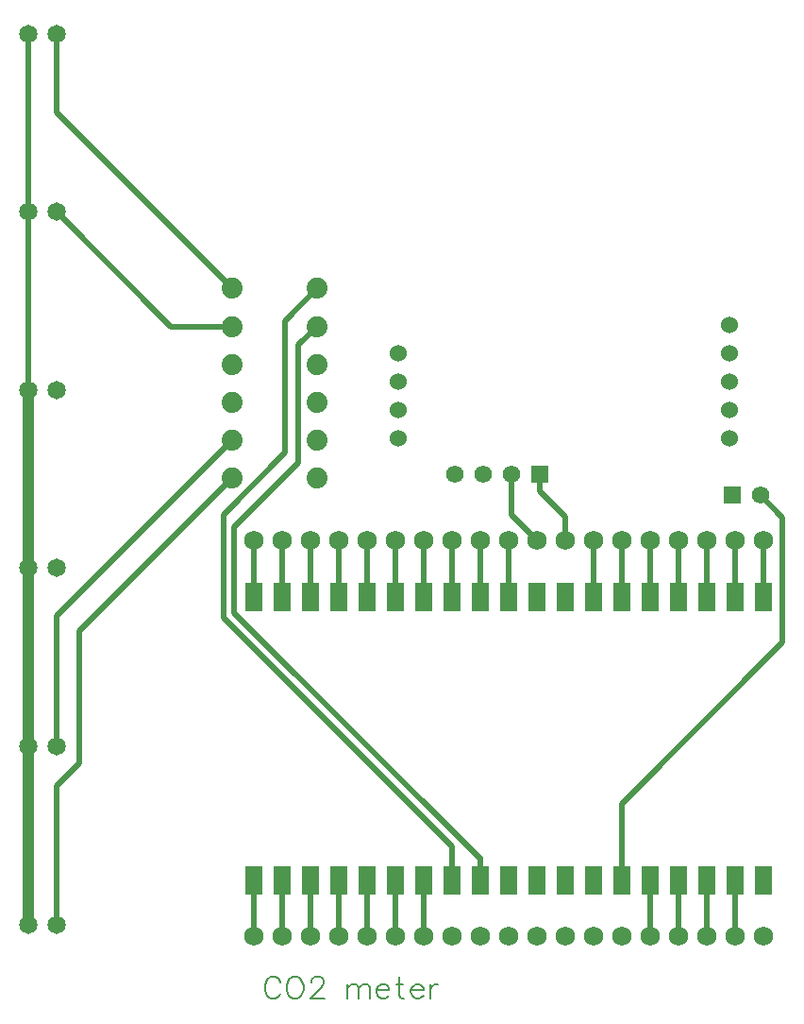
<source format=gtl>
G04 Layer: TopLayer*
G04 EasyEDA v6.4.7, 2020-10-29T15:09:56+01:00*
G04 be26d73647f643b9bed1595039a1f13e,8ad6603aa9144f4486dc47fe7e0b0969,10*
G04 Gerber Generator version 0.2*
G04 Scale: 100 percent, Rotated: No, Reflected: No *
G04 Dimensions in millimeters *
G04 leading zeros omitted , absolute positions ,3 integer and 3 decimal *
%FSLAX33Y33*%
%MOMM*%
G90*
D02*

%ADD11C,0.499999*%
%ADD12C,0.999998*%
%ADD13C,0.203200*%
%ADD14R,1.574800X1.574800*%
%ADD15C,1.574800*%
%ADD16C,1.879600*%
%ADD17C,1.524000*%
%ADD18C,1.729994*%
%ADD19C,1.651000*%
%ADD20R,1.524000X2.540000*%

%LPD*%
G54D11*
G01X10795Y73279D02*
G01X21056Y63017D01*
G01X26543Y63017D01*
G01X61468Y13335D02*
G01X61468Y20259D01*
G01X75902Y34693D01*
G01X75902Y45890D01*
G01X73914Y47879D01*
G54D12*
G01X8255Y25384D02*
G01X8255Y41351D01*
G01X8255Y9420D02*
G01X8255Y25384D01*
G54D11*
G01X8255Y57315D02*
G01X8255Y73279D01*
G54D12*
G01X8255Y57315D02*
G01X8255Y41351D01*
G54D11*
G01X8255Y73279D02*
G01X8255Y89242D01*
G01X46228Y13335D02*
G01X46228Y16423D01*
G01X25735Y36916D01*
G01X25735Y46167D01*
G01X31242Y51673D01*
G01X31242Y63500D01*
G01X34163Y66421D01*
G01X10795Y9421D02*
G01X10795Y21844D01*
G01X12827Y23876D01*
G01X12827Y35687D01*
G01X26543Y49403D01*
G01X26543Y66421D02*
G01X10795Y82169D01*
G01X10795Y89242D01*
G01X28448Y38735D02*
G01X28448Y43815D01*
G01X30988Y38735D02*
G01X30988Y43815D01*
G01X33528Y38735D02*
G01X33528Y43815D01*
G01X36068Y38735D02*
G01X36068Y43815D01*
G01X38608Y38735D02*
G01X38608Y43815D01*
G01X41148Y38735D02*
G01X41148Y43815D01*
G01X43688Y38735D02*
G01X43688Y43815D01*
G01X46228Y38735D02*
G01X46228Y43815D01*
G01X48768Y38735D02*
G01X48768Y43815D01*
G01X51308Y38735D02*
G01X51308Y43815D01*
G01X58928Y38735D02*
G01X58928Y43815D01*
G01X61468Y38735D02*
G01X61468Y43815D01*
G01X64008Y38735D02*
G01X64008Y43815D01*
G01X69088Y38735D02*
G01X69088Y43815D01*
G01X66548Y40756D02*
G01X66545Y40759D01*
G01X66545Y43812D01*
G01X66548Y38735D02*
G01X66548Y40756D01*
G01X71628Y40756D02*
G01X71625Y40759D01*
G01X71625Y43812D01*
G01X71628Y38735D02*
G01X71628Y40756D01*
G01X74168Y38735D02*
G01X74168Y43815D01*
G01X71628Y13335D02*
G01X71628Y8382D01*
G01X69088Y13335D02*
G01X69088Y8382D01*
G01X66548Y13335D02*
G01X66548Y8382D01*
G01X64008Y13335D02*
G01X64008Y8382D01*
G01X34163Y63017D02*
G01X32471Y61325D01*
G01X32471Y50774D01*
G01X26738Y45041D01*
G01X26738Y37332D01*
G01X48714Y15356D01*
G01X48768Y15356D01*
G01X48768Y13335D02*
G01X48768Y15356D01*
G01X43688Y13335D02*
G01X43688Y8382D01*
G01X41148Y13335D02*
G01X41148Y8382D01*
G01X38608Y13335D02*
G01X38608Y8382D01*
G01X33528Y13335D02*
G01X33528Y8382D01*
G01X36068Y11313D02*
G01X36070Y11310D01*
G01X36070Y8384D01*
G01X36068Y13335D02*
G01X36068Y11313D01*
G01X30988Y11313D02*
G01X30990Y11310D01*
G01X30990Y8384D01*
G01X30988Y13335D02*
G01X30988Y11313D01*
G01X28448Y13335D02*
G01X28448Y8382D01*
G01X56388Y43815D02*
G01X56388Y45958D01*
G01X54102Y48244D01*
G01X54102Y49784D02*
G01X54102Y48244D01*
G01X53848Y43815D02*
G01X51562Y46101D01*
G01X51562Y49784D01*
G01X10795Y25384D02*
G01X10795Y37058D01*
G01X26543Y52806D01*
G54D13*
G01X30848Y4254D02*
G01X30756Y4439D01*
G01X30571Y4625D01*
G01X30388Y4716D01*
G01X30017Y4716D01*
G01X29832Y4625D01*
G01X29649Y4439D01*
G01X29555Y4254D01*
G01X29464Y3977D01*
G01X29464Y3517D01*
G01X29555Y3238D01*
G01X29649Y3055D01*
G01X29832Y2870D01*
G01X30017Y2778D01*
G01X30388Y2778D01*
G01X30571Y2870D01*
G01X30756Y3055D01*
G01X30848Y3238D01*
G01X32014Y4716D02*
G01X31828Y4625D01*
G01X31643Y4439D01*
G01X31551Y4254D01*
G01X31457Y3977D01*
G01X31457Y3517D01*
G01X31551Y3238D01*
G01X31643Y3055D01*
G01X31828Y2870D01*
G01X32014Y2778D01*
G01X32382Y2778D01*
G01X32567Y2870D01*
G01X32753Y3055D01*
G01X32844Y3238D01*
G01X32936Y3517D01*
G01X32936Y3977D01*
G01X32844Y4254D01*
G01X32753Y4439D01*
G01X32567Y4625D01*
G01X32382Y4716D01*
G01X32014Y4716D01*
G01X33639Y4254D02*
G01X33639Y4348D01*
G01X33731Y4533D01*
G01X33822Y4625D01*
G01X34008Y4716D01*
G01X34378Y4716D01*
G01X34561Y4625D01*
G01X34655Y4533D01*
G01X34747Y4348D01*
G01X34747Y4163D01*
G01X34655Y3977D01*
G01X34470Y3700D01*
G01X33545Y2778D01*
G01X34838Y2778D01*
G01X36870Y4071D02*
G01X36870Y2778D01*
G01X36870Y3700D02*
G01X37147Y3977D01*
G01X37332Y4071D01*
G01X37609Y4071D01*
G01X37795Y3977D01*
G01X37886Y3700D01*
G01X37886Y2778D01*
G01X37886Y3700D02*
G01X38163Y3977D01*
G01X38348Y4071D01*
G01X38625Y4071D01*
G01X38811Y3977D01*
G01X38902Y3700D01*
G01X38902Y2778D01*
G01X39512Y3517D02*
G01X40622Y3517D01*
G01X40622Y3700D01*
G01X40528Y3886D01*
G01X40436Y3977D01*
G01X40251Y4071D01*
G01X39974Y4071D01*
G01X39789Y3977D01*
G01X39606Y3794D01*
G01X39512Y3517D01*
G01X39512Y3332D01*
G01X39606Y3055D01*
G01X39789Y2870D01*
G01X39974Y2778D01*
G01X40251Y2778D01*
G01X40436Y2870D01*
G01X40622Y3055D01*
G01X41508Y4716D02*
G01X41508Y3147D01*
G01X41600Y2870D01*
G01X41785Y2778D01*
G01X41970Y2778D01*
G01X41231Y4071D02*
G01X41876Y4071D01*
G01X42580Y3517D02*
G01X43688Y3517D01*
G01X43688Y3700D01*
G01X43596Y3886D01*
G01X43502Y3977D01*
G01X43319Y4071D01*
G01X43040Y4071D01*
G01X42857Y3977D01*
G01X42672Y3794D01*
G01X42580Y3517D01*
G01X42580Y3332D01*
G01X42672Y3055D01*
G01X42857Y2870D01*
G01X43040Y2778D01*
G01X43319Y2778D01*
G01X43502Y2870D01*
G01X43688Y3055D01*
G01X44297Y4071D02*
G01X44297Y2778D01*
G01X44297Y3517D02*
G01X44389Y3794D01*
G01X44574Y3977D01*
G01X44759Y4071D01*
G01X45036Y4071D01*
G54D14*
G01X71374Y47879D03*
G54D15*
G01X73914Y47879D03*
G54D16*
G01X26543Y52806D03*
G01X34163Y52806D03*
G54D17*
G01X41402Y52959D03*
G01X41402Y55499D03*
G01X41402Y58039D03*
G01X41402Y60579D03*
G01X71120Y52959D03*
G01X71120Y55499D03*
G01X71120Y58039D03*
G01X71120Y60579D03*
G01X71120Y63119D03*
G54D14*
G01X54102Y49784D03*
G54D15*
G01X51562Y49784D03*
G01X49022Y49784D03*
G01X46482Y49784D03*
G54D18*
G01X28448Y8382D03*
G01X30990Y8384D03*
G01X36070Y8384D03*
G01X33528Y8382D03*
G01X38608Y8382D03*
G01X41148Y8382D03*
G01X43688Y8382D03*
G01X46228Y8382D03*
G01X48768Y8382D03*
G01X51308Y8382D03*
G01X53848Y8382D03*
G01X56388Y8382D03*
G01X58928Y8382D03*
G01X61468Y8382D03*
G01X64008Y8382D03*
G01X66548Y8382D03*
G01X69088Y8382D03*
G01X71628Y8382D03*
G01X74168Y8382D03*
G01X74168Y43815D03*
G01X71625Y43812D03*
G01X66545Y43812D03*
G01X69088Y43815D03*
G01X64008Y43815D03*
G01X61468Y43815D03*
G01X58928Y43815D03*
G01X56388Y43815D03*
G01X53848Y43815D03*
G01X51308Y43815D03*
G01X48768Y43815D03*
G01X46228Y43815D03*
G01X43688Y43815D03*
G01X41148Y43815D03*
G01X38608Y43815D03*
G01X36068Y43815D03*
G01X33528Y43815D03*
G01X30988Y43815D03*
G01X28448Y43815D03*
G54D19*
G01X10795Y89243D03*
G01X8255Y89243D03*
G54D16*
G01X26543Y56210D03*
G01X34163Y56210D03*
G01X26543Y49403D03*
G01X34163Y49403D03*
G01X26543Y59613D03*
G01X34163Y59613D03*
G01X26543Y63017D03*
G01X34163Y63017D03*
G54D19*
G01X10795Y41350D03*
G01X8255Y41350D03*
G01X10795Y25385D03*
G01X8255Y25385D03*
G01X10795Y9421D03*
G01X8255Y9421D03*
G01X10795Y57314D03*
G01X8255Y57314D03*
G01X10795Y73279D03*
G01X8255Y73279D03*
G54D20*
G01X28448Y13335D03*
G01X30988Y13335D03*
G01X33528Y13335D03*
G01X36068Y13335D03*
G01X38608Y13335D03*
G01X41148Y13335D03*
G01X43688Y13335D03*
G01X46228Y13335D03*
G01X48768Y13335D03*
G01X51308Y13335D03*
G01X53848Y13335D03*
G01X56388Y13335D03*
G01X58928Y13335D03*
G01X61468Y13335D03*
G01X64008Y13335D03*
G01X66548Y13335D03*
G01X69088Y13335D03*
G01X71628Y13335D03*
G01X74168Y13335D03*
G01X28448Y38735D03*
G01X30988Y38735D03*
G01X33528Y38735D03*
G01X36068Y38735D03*
G01X38608Y38735D03*
G01X41148Y38735D03*
G01X43688Y38735D03*
G01X46228Y38735D03*
G01X48768Y38735D03*
G01X51308Y38735D03*
G01X53848Y38735D03*
G01X56388Y38735D03*
G01X58928Y38735D03*
G01X61468Y38735D03*
G01X64008Y38735D03*
G01X66548Y38735D03*
G01X69088Y38735D03*
G01X71628Y38735D03*
G01X74168Y38735D03*
G54D16*
G01X26543Y66421D03*
G01X34163Y66421D03*
M00*
M02*

</source>
